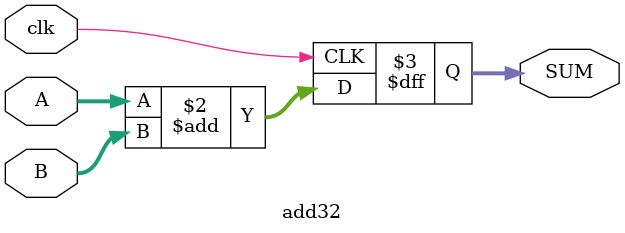
<source format=v>
module add32(clk,A,B,SUM);
	input clk;
	input [31:0] A;
	input [31:0] B;
	output [32:0] SUM;
	reg [32:0] SUM;
	always @(posedge clk) begin
		SUM = A + B;
	end
endmodule

</source>
